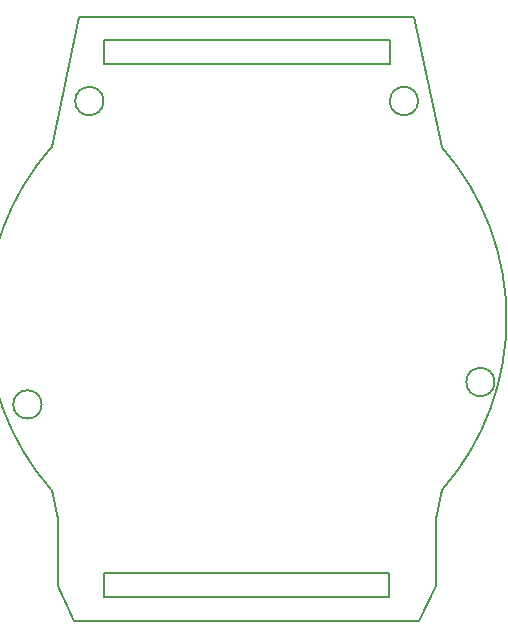
<source format=gbr>
%TF.GenerationSoftware,KiCad,Pcbnew,6.0.7-1.fc35*%
%TF.CreationDate,2022-11-04T20:07:57+01:00*%
%TF.ProjectId,Base,42617365-2e6b-4696-9361-645f70636258,rev?*%
%TF.SameCoordinates,Original*%
%TF.FileFunction,Profile,NP*%
%FSLAX46Y46*%
G04 Gerber Fmt 4.6, Leading zero omitted, Abs format (unit mm)*
G04 Created by KiCad (PCBNEW 6.0.7-1.fc35) date 2022-11-04 20:07:57*
%MOMM*%
%LPD*%
G01*
G04 APERTURE LIST*
%TA.AperFunction,Profile*%
%ADD10C,0.200000*%
%TD*%
G04 APERTURE END LIST*
D10*
X156281752Y-70665628D02*
X156281752Y-72665628D01*
X158367652Y-68666100D02*
X160671751Y-79690001D01*
X156261752Y-117814372D02*
X156261752Y-115814372D01*
X128171752Y-116840000D02*
X128171752Y-111180000D01*
X126811752Y-101510000D02*
G75*
G03*
X126811752Y-101510000I-1200000J0D01*
G01*
X132081752Y-70665628D02*
X132081752Y-72665628D01*
X129586912Y-119814080D02*
X158756272Y-119814080D01*
X158691752Y-75820000D02*
G75*
G03*
X158691752Y-75820000I-1200000J0D01*
G01*
X132061752Y-117814372D02*
X156261752Y-117814372D01*
X160171752Y-116840000D02*
X160171752Y-111180000D01*
X132061752Y-117814372D02*
X132061752Y-115814372D01*
X127668485Y-79693707D02*
G75*
G03*
X127671753Y-108789999I16503265J-14546293D01*
G01*
X129978072Y-68666100D02*
X158367652Y-68666100D01*
X156281752Y-70665628D02*
X132081752Y-70665628D01*
X128171752Y-111180000D02*
X127671753Y-108789999D01*
X132051752Y-75820000D02*
G75*
G03*
X132051752Y-75820000I-1200000J0D01*
G01*
X165161752Y-99610000D02*
G75*
G03*
X165161752Y-99610000I-1200000J0D01*
G01*
X158756272Y-119814080D02*
X160171752Y-116840000D01*
X132081752Y-72665628D02*
X156281752Y-72665628D01*
X129978072Y-68666100D02*
X127668486Y-79693707D01*
X160171752Y-111180000D02*
X160676712Y-108784371D01*
X160675019Y-108786293D02*
G75*
G03*
X160671751Y-79690001I-16503269J14546293D01*
G01*
X129586912Y-119814080D02*
X128171752Y-116840000D01*
X156261752Y-115814372D02*
X132061752Y-115814372D01*
M02*

</source>
